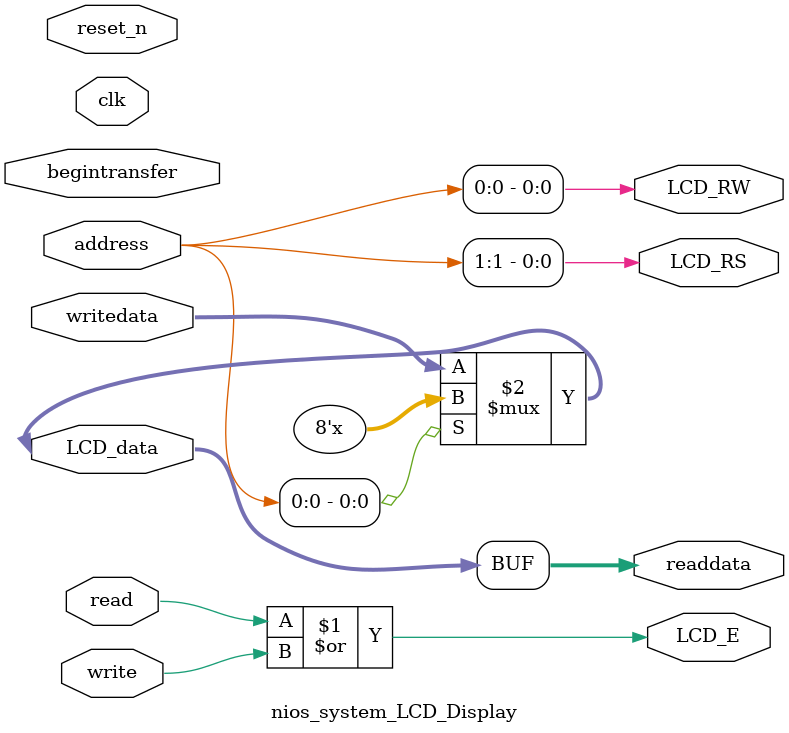
<source format=v>

`timescale 1ns / 1ps
// synthesis translate_on

// turn off superfluous verilog processor warnings 
// altera message_level Level1 
// altera message_off 10034 10035 10036 10037 10230 10240 10030 

module nios_system_LCD_Display (
                                 // inputs:
                                  address,
                                  begintransfer,
                                  clk,
                                  read,
                                  reset_n,
                                  write,
                                  writedata,

                                 // outputs:
                                  LCD_E,
                                  LCD_RS,
                                  LCD_RW,
                                  LCD_data,
                                  readdata
                               )
;

  output           LCD_E;
  output           LCD_RS;
  output           LCD_RW;
  inout   [  7: 0] LCD_data;
  output  [  7: 0] readdata;
  input   [  1: 0] address;
  input            begintransfer;
  input            clk;
  input            read;
  input            reset_n;
  input            write;
  input   [  7: 0] writedata;

  wire             LCD_E;
  wire             LCD_RS;
  wire             LCD_RW;
  wire    [  7: 0] LCD_data;
  wire    [  7: 0] readdata;
  assign LCD_RW = address[0];
  assign LCD_RS = address[1];
  assign LCD_E = read | write;
  assign LCD_data = (address[0]) ? {8{1'bz}} : writedata;
  assign readdata = LCD_data;
  //control_slave, which is an e_avalon_slave

endmodule


</source>
